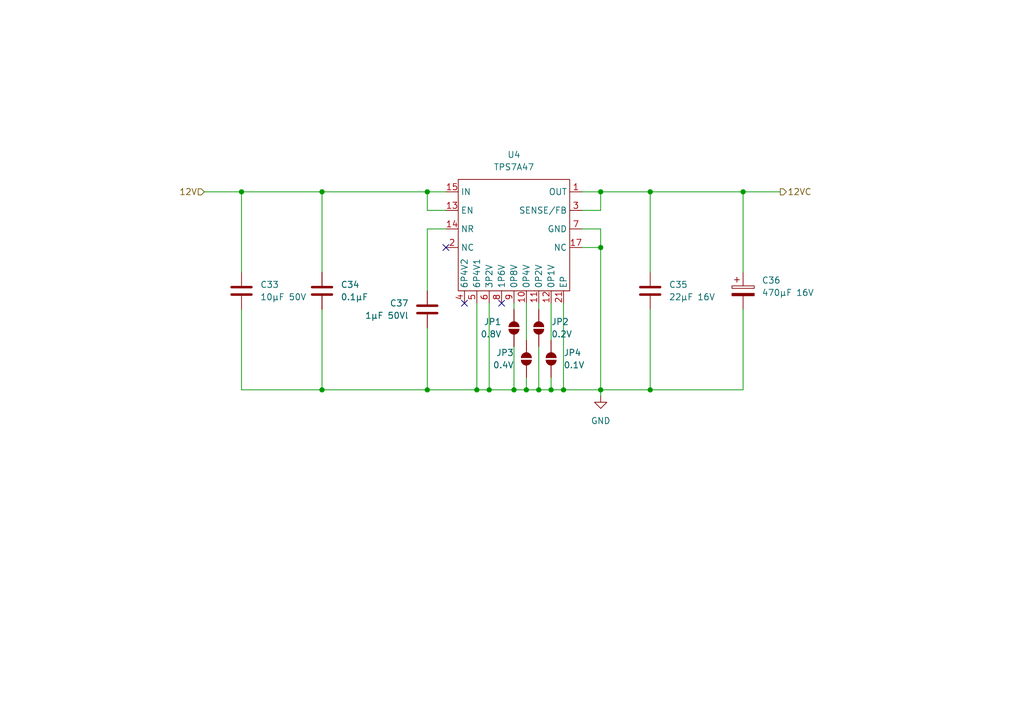
<source format=kicad_sch>
(kicad_sch (version 20231120) (generator "eeschema") (generator_version "8.0")
  (paper "A5")
  (lib_symbols
    (symbol "BW_Active:TPS7A47"
      (property "Reference" "U" (at 0 14.732 0))
      (property "Value" "TPS7A47" (at 0 12.7 0))
      (symbol "TPS7A47_0_0"
        (pin power_out line (at 13.97 8.89 180) (length 2.54) (name "OUT") (number "1"))
        (pin passive line (at 2.54 -13.97 90) (length 2.54) (name "0P4V") (number "10"))
        (pin passive line (at 5.08 -13.97 90) (length 2.54) (name "0P2V") (number "11"))
        (pin passive line (at 7.62 -13.97 90) (length 2.54) (name "0P1V") (number "12"))
        (pin input line (at -13.97 5.08 0) (length 2.54) (name "EN") (number "13"))
        (pin passive line (at -13.97 1.27 0) (length 2.54) (name "NR") (number "14"))
        (pin power_in line (at -13.97 8.89 0) (length 2.54) (name "IN") (number "15"))
        (pin passive line (at -13.97 8.89 0) (length 2.54) hide (name "IN") (number "16"))
        (pin free line (at 13.97 -2.54 180) (length 2.54) (name "NC") (number "17"))
        (pin free line (at 13.97 -2.54 180) (length 2.54) hide (name "NC") (number "18"))
        (pin free line (at 13.97 -2.54 180) (length 2.54) hide (name "NC") (number "19"))
        (pin free line (at -13.97 -2.54 0) (length 2.54) (name "NC") (number "2"))
        (pin passive line (at 13.97 8.89 180) (length 2.54) hide (name "OUT") (number "20"))
        (pin passive line (at 10.16 -13.97 90) (length 2.54) (name "EP") (number "21"))
        (pin passive line (at 13.97 5.08 180) (length 2.54) (name "SENSE/FB") (number "3"))
        (pin passive line (at -10.16 -13.97 90) (length 2.54) (name "6P4V2") (number "4"))
        (pin passive line (at -7.62 -13.97 90) (length 2.54) (name "6P4V1") (number "5"))
        (pin passive line (at -5.08 -13.97 90) (length 2.54) (name "3P2V") (number "6"))
        (pin passive line (at 13.97 1.27 180) (length 2.54) (name "GND") (number "7"))
        (pin passive line (at -2.54 -13.97 90) (length 2.54) (name "1P6V") (number "8"))
        (pin passive line (at 0 -13.97 90) (length 2.54) (name "0P8V") (number "9"))
      )
      (symbol "TPS7A47_0_1"
        (polyline (pts (xy -11.43 11.43) (xy -11.43 -11.43) (xy 11.43 -11.43) (xy 11.43 11.43) (xy -11.43 11.43)))
      )
    )
    (symbol "Device:C" (pin_numbers hide) (pin_names (offset 0.254))
      (property "Reference" "C" (at 0.635 2.54 0))
      (property "Value" "C" (at 0.635 -2.54 0))
      (symbol "C_0_1"
        (polyline (pts (xy -2.032 -0.762) (xy 2.032 -0.762)) (stroke (width 0.508)))
        (polyline (pts (xy -2.032 0.762) (xy 2.032 0.762)) (stroke (width 0.508)))
      )
      (symbol "C_1_1"
        (pin passive line (at 0 3.81 270) (length 2.794) (name "~") (number "1"))
        (pin passive line (at 0 -3.81 90) (length 2.794) (name "~") (number "2"))
      )
    )
    (symbol "Device:C_Polarized" (pin_numbers hide) (pin_names (offset 0.254))
      (property "Reference" "C" (at 0.635 2.54 0))
      (property "Value" "C_Polarized" (at 0.635 -2.54 0))
      (symbol "C_Polarized_0_1"
        (rectangle (start -2.286 0.508) (end 2.286 1.016))
        (polyline (pts (xy -1.778 2.286) (xy -0.762 2.286)))
        (polyline (pts (xy -1.27 2.794) (xy -1.27 1.778)))
        (rectangle (start 2.286 -0.508) (end -2.286 -1.016) (fill (type outline)))
      )
      (symbol "C_Polarized_1_1"
        (pin passive line (at 0 3.81 270) (length 2.794) (name "~") (number "1"))
        (pin passive line (at 0 -3.81 90) (length 2.794) (name "~") (number "2"))
      )
    )
    (symbol "Jumper:SolderJumper_2_Open" (pin_numbers hide) (pin_names (offset 0) hide) (exclude_from_sim yes) (in_bom no)
      (property "Reference" "JP" (at 0 2.032 0))
      (property "Value" "SolderJumper_2_Open" (at 0 -2.54 0))
      (symbol "SolderJumper_2_Open_0_1"
        (arc (start -0.254 1.016) (mid -1.2656 0) (end -0.254 -1.016))
        (arc (start -0.254 1.016) (mid -1.2656 0) (end -0.254 -1.016) (fill (type outline)))
        (polyline (pts (xy -0.254 1.016) (xy -0.254 -1.016)))
        (polyline (pts (xy 0.254 1.016) (xy 0.254 -1.016)))
        (arc (start 0.254 -1.016) (mid 1.2656 0) (end 0.254 1.016))
        (arc (start 0.254 -1.016) (mid 1.2656 0) (end 0.254 1.016) (fill (type outline)))
      )
      (symbol "SolderJumper_2_Open_1_1"
        (pin passive line (at -3.81 0 0) (length 2.54) (name "A") (number "1"))
        (pin passive line (at 3.81 0 180) (length 2.54) (name "B") (number "2"))
      )
    )
    (symbol "power:GND" (power) (pin_numbers hide) (pin_names (offset 0) hide)
      (property "Value" "GND" (at 0 -3.81 0))
      (symbol "GND_0_1"
        (polyline (pts (xy 0 0) (xy 0 -1.27) (xy 1.27 -1.27) (xy 0 -2.54) (xy -1.27 -1.27) (xy 0 -1.27)))
      )
      (symbol "GND_1_1"
        (pin power_in line (at 0 0 270) (length 0) (name "~") (number "1"))
      )
    )
  )
  (junction (at 113.03 80.01))
  (junction (at 123.19 80.01))
  (junction (at 115.57 80.01))
  (junction (at 49.53 39.37))
  (junction (at 133.35 80.01))
  (junction (at 66.04 80.01))
  (junction (at 87.63 80.01))
  (junction (at 123.19 50.8))
  (junction (at 152.4 39.37))
  (junction (at 107.95 80.01))
  (junction (at 97.79 80.01))
  (junction (at 105.41 80.01))
  (junction (at 133.35 39.37))
  (junction (at 123.19 39.37))
  (junction (at 66.04 39.37))
  (junction (at 110.49 80.01))
  (junction (at 87.63 39.37))
  (junction (at 100.33 80.01))
  (no_connect (at 102.87 62.23))
  (no_connect (at 91.44 50.8))
  (no_connect (at 95.25 62.23))
  (wire (pts (xy 66.04 39.37) (xy 87.63 39.37)))
  (wire (pts (xy 123.19 80.01) (xy 123.19 81.28)))
  (wire (pts (xy 87.63 39.37) (xy 91.44 39.37)))
  (wire (pts (xy 87.63 46.99) (xy 87.63 59.69)))
  (wire (pts (xy 97.79 80.01) (xy 100.33 80.01)))
  (wire (pts (xy 133.35 80.01) (xy 123.19 80.01)))
  (wire (pts (xy 107.95 62.23) (xy 107.95 69.85)))
  (wire (pts (xy 110.49 62.23) (xy 110.49 63.5)))
  (wire (pts (xy 49.53 80.01) (xy 66.04 80.01)))
  (wire (pts (xy 123.19 39.37) (xy 119.38 39.37)))
  (wire (pts (xy 107.95 77.47) (xy 107.95 80.01)))
  (wire (pts (xy 110.49 71.12) (xy 110.49 80.01)))
  (wire (pts (xy 115.57 62.23) (xy 115.57 80.01)))
  (wire (pts (xy 105.41 62.23) (xy 105.41 63.5)))
  (wire (pts (xy 49.53 39.37) (xy 66.04 39.37)))
  (wire (pts (xy 87.63 67.31) (xy 87.63 80.01)))
  (wire (pts (xy 87.63 80.01) (xy 97.79 80.01)))
  (wire (pts (xy 87.63 43.18) (xy 87.63 39.37)))
  (wire (pts (xy 91.44 43.18) (xy 87.63 43.18)))
  (wire (pts (xy 123.19 43.18) (xy 123.19 39.37)))
  (wire (pts (xy 107.95 80.01) (xy 105.41 80.01)))
  (wire (pts (xy 100.33 80.01) (xy 105.41 80.01)))
  (wire (pts (xy 105.41 80.01) (xy 105.41 71.12)))
  (wire (pts (xy 66.04 80.01) (xy 87.63 80.01)))
  (wire (pts (xy 100.33 62.23) (xy 100.33 80.01)))
  (wire (pts (xy 113.03 62.23) (xy 113.03 69.85)))
  (wire (pts (xy 119.38 50.8) (xy 123.19 50.8)))
  (wire (pts (xy 113.03 80.01) (xy 110.49 80.01)))
  (wire (pts (xy 110.49 80.01) (xy 107.95 80.01)))
  (wire (pts (xy 97.79 62.23) (xy 97.79 80.01)))
  (wire (pts (xy 123.19 80.01) (xy 115.57 80.01)))
  (wire (pts (xy 91.44 46.99) (xy 87.63 46.99)))
  (wire (pts (xy 152.4 39.37) (xy 160.02 39.37)))
  (wire (pts (xy 119.38 46.99) (xy 123.19 46.99)))
  (wire (pts (xy 113.03 77.47) (xy 113.03 80.01)))
  (wire (pts (xy 123.19 46.99) (xy 123.19 50.8)))
  (wire (pts (xy 66.04 63.5) (xy 66.04 80.01)))
  (wire (pts (xy 119.38 43.18) (xy 123.19 43.18)))
  (wire (pts (xy 66.04 39.37) (xy 66.04 55.88)))
  (wire (pts (xy 133.35 55.88) (xy 133.35 39.37)))
  (wire (pts (xy 133.35 39.37) (xy 123.19 39.37)))
  (wire (pts (xy 115.57 80.01) (xy 113.03 80.01)))
  (wire (pts (xy 41.91 39.37) (xy 49.53 39.37)))
  (wire (pts (xy 152.4 55.88) (xy 152.4 39.37)))
  (wire (pts (xy 49.53 63.5) (xy 49.53 80.01)))
  (wire (pts (xy 152.4 80.01) (xy 133.35 80.01)))
  (wire (pts (xy 152.4 39.37) (xy 133.35 39.37)))
  (wire (pts (xy 133.35 63.5) (xy 133.35 80.01)))
  (wire (pts (xy 123.19 50.8) (xy 123.19 80.01)))
  (wire (pts (xy 152.4 63.5) (xy 152.4 80.01)))
  (wire (pts (xy 49.53 39.37) (xy 49.53 55.88)))
  (hierarchical_label "12V" (shape input) (at 41.91 39.37 180))
  (hierarchical_label "12VC" (shape output) (at 160.02 39.37 0))
  (symbol (lib_id "Device:C_Polarized") (at 152.4 59.69 0) (unit 1)
    (property "Reference" "C36" (at 156.21 57.5309 0) (effects (justify left)))
    (property "Value" "470µF 16V" (at 156.21 60.0709 0) (effects (justify left)))
    (property "Footprint" "Capacitor_THT:CP_Radial_D6.3mm_P2.50mm" (effects (hide yes)))
    (property "Description" "Polarized capacitor" (effects (hide yes)))
  )
  (symbol (lib_id "Jumper:SolderJumper_2_Open") (at 105.41 67.31 90) (unit 1) (exclude_from_sim yes) (in_bom no)
    (property "Reference" "JP1" (at 102.87 66.0399 90) (effects (justify left)))
    (property "Value" "0.8V" (at 102.87 68.5799 90) (effects (justify left)))
    (property "Footprint" "Jumper:SolderJumper-2_P1.3mm_Open_RoundedPad1.0x1.5mm" (effects (hide yes)))
    (property "Description" "Solder Jumper, 2-pole, open" (effects (hide yes)))
  )
  (symbol (lib_id "Device:C") (at 66.04 59.69 0) (unit 1)
    (property "Reference" "C34" (at 69.85 58.4199 0) (effects (justify left)))
    (property "Value" "0.1µF" (at 69.85 60.9599 0) (effects (justify left)))
    (property "Footprint" "Capacitor_SMD:C_0603_1608Metric" (effects (hide yes)))
    (property "Description" "Unpolarized capacitor" (effects (hide yes)))
  )
  (symbol (lib_id "Jumper:SolderJumper_2_Open") (at 110.49 67.31 90) (unit 1) (exclude_from_sim yes) (in_bom no)
    (property "Reference" "JP2" (at 113.03 66.0399 90) (effects (justify right)))
    (property "Value" "0.2V" (at 113.03 68.5799 90) (effects (justify right)))
    (property "Footprint" "Jumper:SolderJumper-2_P1.3mm_Open_RoundedPad1.0x1.5mm" (effects (hide yes)))
    (property "Description" "Solder Jumper, 2-pole, open" (effects (hide yes)))
  )
  (symbol (lib_id "Jumper:SolderJumper_2_Open") (at 113.03 73.66 90) (unit 1) (exclude_from_sim yes) (in_bom no)
    (property "Reference" "JP4" (at 115.57 72.3899 90) (effects (justify right)))
    (property "Value" "0.1V" (at 115.57 74.9299 90) (effects (justify right)))
    (property "Footprint" "Jumper:SolderJumper-2_P1.3mm_Open_RoundedPad1.0x1.5mm" (effects (hide yes)))
    (property "Description" "Solder Jumper, 2-pole, open" (effects (hide yes)))
  )
  (symbol (lib_id "Jumper:SolderJumper_2_Open") (at 107.95 73.66 90) (unit 1) (exclude_from_sim yes) (in_bom no)
    (property "Reference" "JP3" (at 105.41 72.3899 90) (effects (justify left)))
    (property "Value" "0.4V" (at 105.41 74.9299 90) (effects (justify left)))
    (property "Footprint" "Jumper:SolderJumper-2_P1.3mm_Open_RoundedPad1.0x1.5mm" (effects (hide yes)))
    (property "Description" "Solder Jumper, 2-pole, open" (effects (hide yes)))
  )
  (symbol (lib_id "BW_Active:TPS7A47") (at 105.41 48.26 0) (unit 1)
    (property "Reference" "U4" (at 105.41 31.75 0))
    (property "Value" "TPS7A47" (at 105.41 34.29 0))
    (property "Footprint" "Package_DFN_QFN:Texas_RGW0020A_VQFN-20-1EP_5x5mm_P0.65mm_EP3.15x3.15mm" (effects (hide yes)))
    (property "Datasheet" "https://www.ti.com/lit/ds/symlink/tps7a47.pdf" (effects (hide yes)))
    (property "Description" "1A Ultra-low-noise LDO" (effects (hide yes)))
  )
  (symbol (lib_id "Device:C") (at 133.35 59.69 0) (unit 1)
    (property "Reference" "C35" (at 137.16 58.4199 0) (effects (justify left)))
    (property "Value" "22µF 16V" (at 137.16 60.9599 0) (effects (justify left)))
    (property "Footprint" "Capacitor_SMD:C_1210_3225Metric" (effects (hide yes)))
    (property "Description" "Unpolarized capacitor" (effects (hide yes)))
  )
  (symbol (lib_id "Device:C") (at 87.63 63.5 0) (unit 1)
    (property "Reference" "C37" (at 83.82 62.2299 0) (effects (justify right)))
    (property "Value" "1µF 50Vl" (at 83.82 64.7699 0) (effects (justify right)))
    (property "Footprint" "Capacitor_SMD:C_0805_2012Metric" (effects (hide yes)))
    (property "Description" "Unpolarized capacitor" (effects (hide yes)))
  )
  (symbol (lib_id "power:GND") (at 123.19 81.28 0) (unit 1)
    (property "Reference" "#PWR015" (effects (hide yes)))
    (property "Value" "GND" (at 123.19 86.36 0))
    (property "Description" "Power symbol creates a global label with name \"GND\" , ground" (effects (hide yes)))
  )
  (symbol (lib_id "Device:C") (at 49.53 59.69 0) (unit 1)
    (property "Reference" "C33" (at 53.34 58.4199 0) (effects (justify left)))
    (property "Value" "10µF 50V" (at 53.34 60.9599 0) (effects (justify left)))
    (property "Footprint" "Capacitor_SMD:C_1206_3216Metric" (effects (hide yes)))
    (property "Description" "Unpolarized capacitor" (effects (hide yes)))
  )
)
</source>
